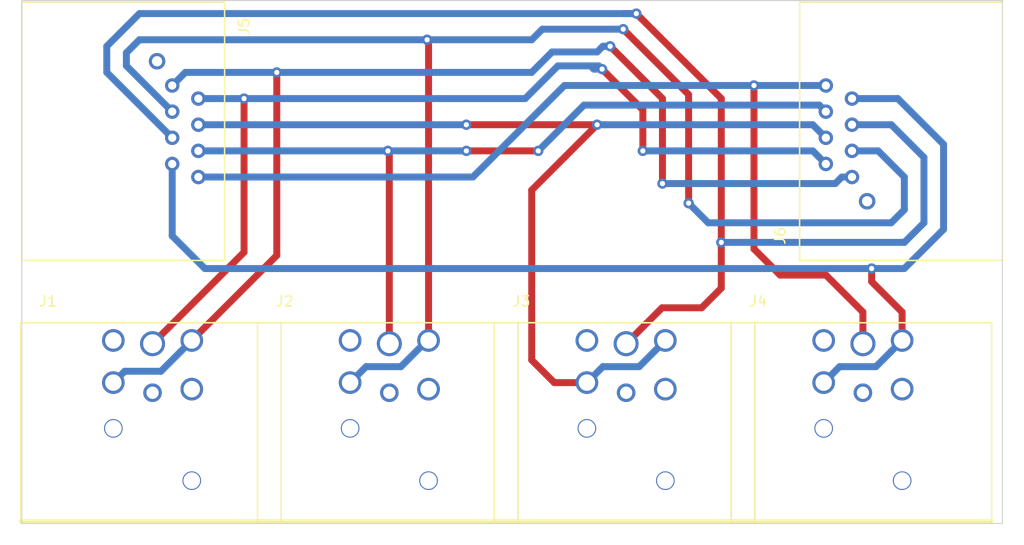
<source format=kicad_pcb>
(kicad_pcb (version 4) (host pcbnew 4.0.6)

  (general
    (links 27)
    (no_connects 11)
    (area 69.799999 38.049999 165.150001 88.950001)
    (thickness 1.6002)
    (drawings 4)
    (tracks 141)
    (zones 0)
    (modules 6)
    (nets 12)
  )

  (page A4)
  (layers
    (0 Top signal)
    (31 Bottom signal)
    (32 B.Adhes user)
    (33 F.Adhes user)
    (34 B.Paste user)
    (35 F.Paste user)
    (36 B.SilkS user)
    (37 F.SilkS user)
    (38 B.Mask user)
    (39 F.Mask user)
    (40 Dwgs.User user)
    (41 Cmts.User user)
    (42 Eco1.User user)
    (43 Eco2.User user)
    (44 Edge.Cuts user)
    (45 Margin user)
    (46 B.CrtYd user)
    (47 F.CrtYd user)
    (48 B.Fab user)
    (49 F.Fab user)
  )

  (setup
    (last_trace_width 0.1524)
    (trace_clearance 0.1524)
    (zone_clearance 0.508)
    (zone_45_only no)
    (trace_min 0.1524)
    (segment_width 0.2)
    (edge_width 0.1)
    (via_size 0.6858)
    (via_drill 0.3302)
    (via_min_size 0.6858)
    (via_min_drill 0.3302)
    (uvia_size 0.762)
    (uvia_drill 0.508)
    (uvias_allowed no)
    (uvia_min_size 0)
    (uvia_min_drill 0)
    (pcb_text_width 0.3)
    (pcb_text_size 1.5 1.5)
    (mod_edge_width 0.15)
    (mod_text_size 1 1)
    (mod_text_width 0.15)
    (pad_size 1.5 1.5)
    (pad_drill 0.6)
    (pad_to_mask_clearance 0)
    (aux_axis_origin 0 0)
    (visible_elements FFFFF77F)
    (pcbplotparams
      (layerselection 0x00030_80000001)
      (usegerberextensions false)
      (excludeedgelayer true)
      (linewidth 0.100000)
      (plotframeref false)
      (viasonmask false)
      (mode 1)
      (useauxorigin false)
      (hpglpennumber 1)
      (hpglpenspeed 20)
      (hpglpendiameter 15)
      (hpglpenoverlay 2)
      (psnegative false)
      (psa4output false)
      (plotreference true)
      (plotvalue true)
      (plotinvisibletext false)
      (padsonsilk false)
      (subtractmaskfromsilk false)
      (outputformat 1)
      (mirror false)
      (drillshape 1)
      (scaleselection 1)
      (outputdirectory ""))
  )

  (net 0 "")
  (net 1 "Net-(J1-Pad3)")
  (net 2 GND)
  (net 3 "Net-(J1-Pad2)")
  (net 4 "Net-(J2-Pad3)")
  (net 5 "Net-(J2-Pad2)")
  (net 6 "Net-(J3-Pad3)")
  (net 7 "Net-(J3-Pad2)")
  (net 8 "Net-(J4-Pad3)")
  (net 9 "Net-(J4-Pad2)")
  (net 10 "Net-(J5-Pad9)")
  (net 11 "Net-(J6-Pad9)")

  (net_class Default "This is the default net class."
    (clearance 0.1524)
    (trace_width 0.1524)
    (via_dia 0.6858)
    (via_drill 0.3302)
    (uvia_dia 0.762)
    (uvia_drill 0.508)
    (add_net GND)
    (add_net "Net-(J5-Pad9)")
    (add_net "Net-(J6-Pad9)")
  )

  (net_class AudioPath ""
    (clearance 0.676)
    (trace_width 0.676)
    (via_dia 1)
    (via_drill 0.5)
    (uvia_dia 0.762)
    (uvia_drill 0.1)
    (add_net "Net-(J1-Pad2)")
    (add_net "Net-(J1-Pad3)")
    (add_net "Net-(J2-Pad2)")
    (add_net "Net-(J2-Pad3)")
    (add_net "Net-(J3-Pad2)")
    (add_net "Net-(J3-Pad3)")
    (add_net "Net-(J4-Pad2)")
    (add_net "Net-(J4-Pad3)")
  )

  (module NeutrikSnakeLib:NC3FAH-NC3MAH (layer Top) (tedit 59489425) (tstamp 59508842)
    (at 82.55 88.9 180)
    (path /59421A6D)
    (fp_text reference J1 (at 10.16 21.59 180) (layer F.SilkS)
      (effects (font (size 1 1) (thickness 0.15)))
    )
    (fp_text value XLR3 (at -5.08 -1.27 180) (layer F.Fab)
      (effects (font (size 1 1) (thickness 0.15)))
    )
    (fp_line (start 12.8 0.2) (end -12.5 0.2) (layer F.SilkS) (width 0.4))
    (fp_line (start 12.8 19.5) (end -12.5 19.5) (layer F.SilkS) (width 0.15))
    (fp_line (start -12.5 0) (end -12.5 19.5) (layer F.SilkS) (width 0.15))
    (fp_line (start 12.8 0) (end 12.8 19.5) (layer F.SilkS) (width 0.15))
    (pad 3 thru_hole circle (at 0 17.465 180) (size 2.43 2.43) (drill 1.83) (layers *.Cu *.Mask)
      (net 1 "Net-(J1-Pad3)"))
    (pad "" np_thru_hole circle (at -3.81 4.16 180) (size 1.8 1.8) (drill 1.6) (layers *.Cu *.Mask))
    (pad "" np_thru_hole circle (at 3.81 9.24 180) (size 1.8 1.8) (drill 1.6) (layers *.Cu *.Mask))
    (pad 1 thru_hole circle (at -3.81 13.05 180) (size 2.2 2.2) (drill 1.6) (layers *.Cu *.Mask)
      (net 2 GND))
    (pad 2 thru_hole circle (at 3.81 13.685 180) (size 2.2 2.2) (drill 1.6) (layers *.Cu *.Mask)
      (net 3 "Net-(J1-Pad2)"))
    (pad 2 thru_hole circle (at -3.81 17.78 180) (size 2.2 2.2) (drill 1.6) (layers *.Cu *.Mask)
      (net 3 "Net-(J1-Pad2)"))
    (pad 1 thru_hole circle (at 3.81 17.78 180) (size 2.2 2.2) (drill 1.6) (layers *.Cu *.Mask)
      (net 2 GND))
    (pad 4 thru_hole circle (at 0 12.7 180) (size 1.8 1.8) (drill 1.2) (layers *.Cu *.Mask))
  )

  (module NeutrikSnakeLib:NC3FAH-NC3MAH (layer Top) (tedit 59489425) (tstamp 59508852)
    (at 105.55 88.9 180)
    (path /594219EB)
    (fp_text reference J2 (at 10.16 21.59 180) (layer F.SilkS)
      (effects (font (size 1 1) (thickness 0.15)))
    )
    (fp_text value XLR3 (at -5.08 -1.27 180) (layer F.Fab)
      (effects (font (size 1 1) (thickness 0.15)))
    )
    (fp_line (start 12.8 0.2) (end -12.5 0.2) (layer F.SilkS) (width 0.4))
    (fp_line (start 12.8 19.5) (end -12.5 19.5) (layer F.SilkS) (width 0.15))
    (fp_line (start -12.5 0) (end -12.5 19.5) (layer F.SilkS) (width 0.15))
    (fp_line (start 12.8 0) (end 12.8 19.5) (layer F.SilkS) (width 0.15))
    (pad 3 thru_hole circle (at 0 17.465 180) (size 2.43 2.43) (drill 1.83) (layers *.Cu *.Mask)
      (net 4 "Net-(J2-Pad3)"))
    (pad "" np_thru_hole circle (at -3.81 4.16 180) (size 1.8 1.8) (drill 1.6) (layers *.Cu *.Mask))
    (pad "" np_thru_hole circle (at 3.81 9.24 180) (size 1.8 1.8) (drill 1.6) (layers *.Cu *.Mask))
    (pad 1 thru_hole circle (at -3.81 13.05 180) (size 2.2 2.2) (drill 1.6) (layers *.Cu *.Mask)
      (net 2 GND))
    (pad 2 thru_hole circle (at 3.81 13.685 180) (size 2.2 2.2) (drill 1.6) (layers *.Cu *.Mask)
      (net 5 "Net-(J2-Pad2)"))
    (pad 2 thru_hole circle (at -3.81 17.78 180) (size 2.2 2.2) (drill 1.6) (layers *.Cu *.Mask)
      (net 5 "Net-(J2-Pad2)"))
    (pad 1 thru_hole circle (at 3.81 17.78 180) (size 2.2 2.2) (drill 1.6) (layers *.Cu *.Mask)
      (net 2 GND))
    (pad 4 thru_hole circle (at 0 12.7 180) (size 1.8 1.8) (drill 1.2) (layers *.Cu *.Mask))
  )

  (module NeutrikSnakeLib:NC3FAH-NC3MAH (layer Top) (tedit 59489425) (tstamp 59508862)
    (at 128.55 88.9 180)
    (path /5948604A)
    (fp_text reference J3 (at 10.16 21.59 180) (layer F.SilkS)
      (effects (font (size 1 1) (thickness 0.15)))
    )
    (fp_text value XLR3 (at -5.08 -1.27 180) (layer F.Fab)
      (effects (font (size 1 1) (thickness 0.15)))
    )
    (fp_line (start 12.8 0.2) (end -12.5 0.2) (layer F.SilkS) (width 0.4))
    (fp_line (start 12.8 19.5) (end -12.5 19.5) (layer F.SilkS) (width 0.15))
    (fp_line (start -12.5 0) (end -12.5 19.5) (layer F.SilkS) (width 0.15))
    (fp_line (start 12.8 0) (end 12.8 19.5) (layer F.SilkS) (width 0.15))
    (pad 3 thru_hole circle (at 0 17.465 180) (size 2.43 2.43) (drill 1.83) (layers *.Cu *.Mask)
      (net 6 "Net-(J3-Pad3)"))
    (pad "" np_thru_hole circle (at -3.81 4.16 180) (size 1.8 1.8) (drill 1.6) (layers *.Cu *.Mask))
    (pad "" np_thru_hole circle (at 3.81 9.24 180) (size 1.8 1.8) (drill 1.6) (layers *.Cu *.Mask))
    (pad 1 thru_hole circle (at -3.81 13.05 180) (size 2.2 2.2) (drill 1.6) (layers *.Cu *.Mask)
      (net 2 GND))
    (pad 2 thru_hole circle (at 3.81 13.685 180) (size 2.2 2.2) (drill 1.6) (layers *.Cu *.Mask)
      (net 7 "Net-(J3-Pad2)"))
    (pad 2 thru_hole circle (at -3.81 17.78 180) (size 2.2 2.2) (drill 1.6) (layers *.Cu *.Mask)
      (net 7 "Net-(J3-Pad2)"))
    (pad 1 thru_hole circle (at 3.81 17.78 180) (size 2.2 2.2) (drill 1.6) (layers *.Cu *.Mask)
      (net 2 GND))
    (pad 4 thru_hole circle (at 0 12.7 180) (size 1.8 1.8) (drill 1.2) (layers *.Cu *.Mask))
  )

  (module NeutrikSnakeLib:NC3FAH-NC3MAH (layer Top) (tedit 59489425) (tstamp 59508872)
    (at 151.55 88.9 180)
    (path /594861F9)
    (fp_text reference J4 (at 10.16 21.59 180) (layer F.SilkS)
      (effects (font (size 1 1) (thickness 0.15)))
    )
    (fp_text value XLR3 (at -5.08 -1.27 180) (layer F.Fab)
      (effects (font (size 1 1) (thickness 0.15)))
    )
    (fp_line (start 12.8 0.2) (end -12.5 0.2) (layer F.SilkS) (width 0.4))
    (fp_line (start 12.8 19.5) (end -12.5 19.5) (layer F.SilkS) (width 0.15))
    (fp_line (start -12.5 0) (end -12.5 19.5) (layer F.SilkS) (width 0.15))
    (fp_line (start 12.8 0) (end 12.8 19.5) (layer F.SilkS) (width 0.15))
    (pad 3 thru_hole circle (at 0 17.465 180) (size 2.43 2.43) (drill 1.83) (layers *.Cu *.Mask)
      (net 8 "Net-(J4-Pad3)"))
    (pad "" np_thru_hole circle (at -3.81 4.16 180) (size 1.8 1.8) (drill 1.6) (layers *.Cu *.Mask))
    (pad "" np_thru_hole circle (at 3.81 9.24 180) (size 1.8 1.8) (drill 1.6) (layers *.Cu *.Mask))
    (pad 1 thru_hole circle (at -3.81 13.05 180) (size 2.2 2.2) (drill 1.6) (layers *.Cu *.Mask)
      (net 2 GND))
    (pad 2 thru_hole circle (at 3.81 13.685 180) (size 2.2 2.2) (drill 1.6) (layers *.Cu *.Mask)
      (net 9 "Net-(J4-Pad2)"))
    (pad 2 thru_hole circle (at -3.81 17.78 180) (size 2.2 2.2) (drill 1.6) (layers *.Cu *.Mask)
      (net 9 "Net-(J4-Pad2)"))
    (pad 1 thru_hole circle (at 3.81 17.78 180) (size 2.2 2.2) (drill 1.6) (layers *.Cu *.Mask)
      (net 2 GND))
    (pad 4 thru_hole circle (at 0 12.7 180) (size 1.8 1.8) (drill 1.2) (layers *.Cu *.Mask))
  )

  (module NeutrikSnakeLib:NE8FAH-C5 (layer Top) (tedit 5948A793) (tstamp 59508B75)
    (at 69.85 50.8 90)
    (path /594860A7)
    (fp_text reference J5 (at 10.16 21.59 90) (layer F.SilkS)
      (effects (font (size 1 1) (thickness 0.15)))
    )
    (fp_text value RJ45 (at -7.62 -1.27 90) (layer F.Fab)
      (effects (font (size 1 1) (thickness 0.15)))
    )
    (fp_line (start -12.55 0) (end -12.55 19.7) (layer F.SilkS) (width 0.15))
    (fp_line (start 12.55 0) (end 12.55 19.7) (layer F.SilkS) (width 0.15))
    (fp_line (start 12.55 19.7) (end -12.55 19.7) (layer F.SilkS) (width 0.15))
    (fp_line (start -12.55 0) (end 12.55 0) (layer F.SilkS) (width 0.15))
    (pad 8 thru_hole circle (at -4.445 17.15 90) (size 1.4 1.4) (drill 0.8) (layers *.Cu *.Mask)
      (net 8 "Net-(J4-Pad3)"))
    (pad 6 thru_hole circle (at -1.905 17.15 90) (size 1.4 1.4) (drill 0.8) (layers *.Cu *.Mask)
      (net 4 "Net-(J2-Pad3)"))
    (pad 4 thru_hole circle (at 0.635 17.15 90) (size 1.4 1.4) (drill 0.8) (layers *.Cu *.Mask)
      (net 7 "Net-(J3-Pad2)"))
    (pad 2 thru_hole circle (at 3.175 17.15 90) (size 1.4 1.4) (drill 0.8) (layers *.Cu *.Mask)
      (net 1 "Net-(J1-Pad3)"))
    (pad "" np_thru_hole circle (at 5.08 3.81 90) (size 1.55 1.55) (drill 1.55) (layers *.Cu *.Mask))
    (pad "" np_thru_hole circle (at -5.08 12.7 90) (size 1.55 1.55) (drill 1.55) (layers *.Cu *.Mask))
    (pad 1 thru_hole circle (at 4.445 14.61 90) (size 1.4 1.4) (drill 0.8) (layers *.Cu *.Mask)
      (net 3 "Net-(J1-Pad2)"))
    (pad 3 thru_hole circle (at 1.905 14.61 90) (size 1.4 1.4) (drill 0.8) (layers *.Cu *.Mask)
      (net 5 "Net-(J2-Pad2)"))
    (pad 5 thru_hole circle (at -0.635 14.61 90) (size 1.4 1.4) (drill 0.8) (layers *.Cu *.Mask)
      (net 6 "Net-(J3-Pad3)"))
    (pad 7 thru_hole circle (at -3.175 14.61 90) (size 1.4 1.4) (drill 0.8) (layers *.Cu *.Mask)
      (net 9 "Net-(J4-Pad2)"))
    (pad 9 thru_hole circle (at 6.8 13.14 90) (size 1.6 1.6) (drill 1) (layers *.Cu *.Mask)
      (net 10 "Net-(J5-Pad9)"))
  )

  (module NeutrikSnakeLib:NE8FAH-C5 (layer Top) (tedit 5948A793) (tstamp 59508B84)
    (at 165.1 50.8 270)
    (path /594860DF)
    (fp_text reference J6 (at 10.16 21.59 270) (layer F.SilkS)
      (effects (font (size 1 1) (thickness 0.15)))
    )
    (fp_text value RJ45 (at -7.62 -1.27 270) (layer F.Fab)
      (effects (font (size 1 1) (thickness 0.15)))
    )
    (fp_line (start -12.55 0) (end -12.55 19.7) (layer F.SilkS) (width 0.15))
    (fp_line (start 12.55 0) (end 12.55 19.7) (layer F.SilkS) (width 0.15))
    (fp_line (start 12.55 19.7) (end -12.55 19.7) (layer F.SilkS) (width 0.15))
    (fp_line (start -12.55 0) (end 12.55 0) (layer F.SilkS) (width 0.15))
    (pad 8 thru_hole circle (at -4.445 17.15 270) (size 1.4 1.4) (drill 0.8) (layers *.Cu *.Mask)
      (net 8 "Net-(J4-Pad3)"))
    (pad 6 thru_hole circle (at -1.905 17.15 270) (size 1.4 1.4) (drill 0.8) (layers *.Cu *.Mask)
      (net 4 "Net-(J2-Pad3)"))
    (pad 4 thru_hole circle (at 0.635 17.15 270) (size 1.4 1.4) (drill 0.8) (layers *.Cu *.Mask)
      (net 7 "Net-(J3-Pad2)"))
    (pad 2 thru_hole circle (at 3.175 17.15 270) (size 1.4 1.4) (drill 0.8) (layers *.Cu *.Mask)
      (net 1 "Net-(J1-Pad3)"))
    (pad "" np_thru_hole circle (at 5.08 3.81 270) (size 1.55 1.55) (drill 1.55) (layers *.Cu *.Mask))
    (pad "" np_thru_hole circle (at -5.08 12.7 270) (size 1.55 1.55) (drill 1.55) (layers *.Cu *.Mask))
    (pad 1 thru_hole circle (at 4.445 14.61 270) (size 1.4 1.4) (drill 0.8) (layers *.Cu *.Mask)
      (net 3 "Net-(J1-Pad2)"))
    (pad 3 thru_hole circle (at 1.905 14.61 270) (size 1.4 1.4) (drill 0.8) (layers *.Cu *.Mask)
      (net 5 "Net-(J2-Pad2)"))
    (pad 5 thru_hole circle (at -0.635 14.61 270) (size 1.4 1.4) (drill 0.8) (layers *.Cu *.Mask)
      (net 6 "Net-(J3-Pad3)"))
    (pad 7 thru_hole circle (at -3.175 14.61 270) (size 1.4 1.4) (drill 0.8) (layers *.Cu *.Mask)
      (net 9 "Net-(J4-Pad2)"))
    (pad 9 thru_hole circle (at 6.8 13.14 270) (size 1.6 1.6) (drill 1) (layers *.Cu *.Mask)
      (net 11 "Net-(J6-Pad9)"))
  )

  (gr_line (start 69.85 88.9) (end 69.85 38.1) (layer Edge.Cuts) (width 0.1))
  (gr_line (start 165.1 88.9) (end 69.85 88.9) (layer Edge.Cuts) (width 0.1))
  (gr_line (start 165.1 38.1) (end 165.1 88.9) (layer Edge.Cuts) (width 0.1))
  (gr_line (start 69.85 38.1) (end 165.1 38.1) (layer Edge.Cuts) (width 0.1))

  (via (at 91.44 47.625) (size 1) (drill 0.5) (layers Top Bottom) (net 1))
  (segment (start 91.44 62.545) (end 91.44 47.625) (width 0.676) (layer Top) (net 1))
  (segment (start 82.55 71.435) (end 91.44 62.545) (width 0.676) (layer Top) (net 1))
  (via (at 126.215466 44.763562) (size 1) (drill 0.5) (layers Top Bottom) (net 1))
  (segment (start 121.92 44.45) (end 125.901904 44.45) (width 0.676) (layer Bottom) (net 1))
  (segment (start 125.095 44.45) (end 125.408562 44.763562) (width 0.676) (layer Bottom) (net 1))
  (segment (start 87 47.625) (end 118.745 47.625) (width 0.676) (layer Bottom) (net 1))
  (segment (start 118.745 47.625) (end 121.92 44.45) (width 0.676) (layer Bottom) (net 1))
  (segment (start 125.50836 44.763562) (end 126.215466 44.763562) (width 0.676) (layer Bottom) (net 1))
  (segment (start 125.408562 44.763562) (end 125.50836 44.763562) (width 0.676) (layer Bottom) (net 1))
  (segment (start 130.175 52.705) (end 130.175 48.723096) (width 0.676) (layer Top) (net 1))
  (segment (start 130.175 48.723096) (end 126.715465 45.263561) (width 0.676) (layer Top) (net 1))
  (segment (start 126.715465 45.263561) (end 126.215466 44.763562) (width 0.676) (layer Top) (net 1))
  (via (at 130.175 52.705) (size 1) (drill 0.5) (layers Top Bottom) (net 1))
  (segment (start 146.68 52.705) (end 130.175 52.705) (width 0.676) (layer Bottom) (net 1))
  (segment (start 147.95 53.975) (end 146.68 52.705) (width 0.676) (layer Bottom) (net 1))
  (via (at 94.615 45.085) (size 1) (drill 0.5) (layers Top Bottom) (net 3))
  (segment (start 94.615 62.865) (end 94.615 45.085) (width 0.676) (layer Top) (net 3))
  (segment (start 86.36 71.12) (end 94.615 62.865) (width 0.676) (layer Top) (net 3))
  (segment (start 78.74 75.215) (end 79.839999 74.115001) (width 0.676) (layer Bottom) (net 3))
  (segment (start 79.839999 74.115001) (end 83.364999 74.115001) (width 0.676) (layer Bottom) (net 3))
  (segment (start 83.364999 74.115001) (end 85.260001 72.219999) (width 0.676) (layer Bottom) (net 3))
  (segment (start 85.260001 72.219999) (end 86.36 71.12) (width 0.676) (layer Bottom) (net 3))
  (segment (start 125.739904 43.09799) (end 126.292894 42.545) (width 0.676) (layer Bottom) (net 3))
  (segment (start 126.292894 42.545) (end 127 42.545) (width 0.676) (layer Bottom) (net 3))
  (segment (start 84.46 46.355) (end 85.73 45.085) (width 0.676) (layer Bottom) (net 3))
  (segment (start 119.37297 45.085) (end 121.35998 43.09799) (width 0.676) (layer Bottom) (net 3))
  (segment (start 85.73 45.085) (end 119.37297 45.085) (width 0.676) (layer Bottom) (net 3))
  (segment (start 121.35998 43.09799) (end 125.739904 43.09799) (width 0.676) (layer Bottom) (net 3))
  (segment (start 127.499999 43.044999) (end 127 42.545) (width 0.676) (layer Top) (net 3))
  (segment (start 132.08 47.625) (end 127.499999 43.044999) (width 0.676) (layer Top) (net 3))
  (segment (start 132.08 55.88) (end 132.08 47.625) (width 0.676) (layer Top) (net 3))
  (via (at 127 42.545) (size 1) (drill 0.5) (layers Top Bottom) (net 3))
  (segment (start 126.365 42.545) (end 127 42.545) (width 0.676) (layer Bottom) (net 3))
  (segment (start 148.865051 55.88) (end 132.08 55.88) (width 0.676) (layer Bottom) (net 3))
  (segment (start 149.500051 55.245) (end 148.865051 55.88) (width 0.676) (layer Bottom) (net 3))
  (segment (start 150.49 55.245) (end 149.500051 55.245) (width 0.676) (layer Bottom) (net 3))
  (via (at 132.08 55.88) (size 1) (drill 0.5) (layers Top Bottom) (net 3))
  (segment (start 87 52.705) (end 105.41 52.705) (width 0.676) (layer Bottom) (net 4))
  (segment (start 105.41 52.705) (end 112.395 52.705) (width 0.676) (layer Bottom) (net 4))
  (segment (start 105.55 71.435) (end 105.55 52.845) (width 0.676) (layer Top) (net 4))
  (segment (start 105.55 52.845) (end 105.41 52.705) (width 0.676) (layer Top) (net 4))
  (via (at 105.41 52.705) (size 1) (drill 0.5) (layers Top Bottom) (net 4))
  (segment (start 120.015 52.705) (end 124.46 48.26) (width 0.676) (layer Bottom) (net 4))
  (segment (start 124.46 48.26) (end 147.315 48.26) (width 0.676) (layer Bottom) (net 4))
  (segment (start 147.315 48.26) (end 147.95 48.895) (width 0.676) (layer Bottom) (net 4))
  (via (at 120.015 52.705) (size 1) (drill 0.5) (layers Top Bottom) (net 4))
  (segment (start 113.03 52.705) (end 120.015 52.705) (width 0.676) (layer Top) (net 4))
  (segment (start 112.395 52.705) (end 113.03 52.705) (width 0.676) (layer Bottom) (net 4))
  (via (at 113.03 52.705) (size 1) (drill 0.5) (layers Top Bottom) (net 4))
  (segment (start 81.28 41.91) (end 109.22 41.91) (width 0.676) (layer Bottom) (net 5))
  (segment (start 109.22 41.91) (end 119.387032 41.91) (width 0.676) (layer Bottom) (net 5))
  (segment (start 109.36 71.12) (end 109.36 42.05) (width 0.676) (layer Top) (net 5))
  (segment (start 109.36 42.05) (end 109.22 41.91) (width 0.676) (layer Top) (net 5))
  (via (at 109.22 41.91) (size 1) (drill 0.5) (layers Top Bottom) (net 5))
  (segment (start 101.74 75.215) (end 103.290999 73.664001) (width 0.676) (layer Bottom) (net 5))
  (segment (start 103.290999 73.664001) (end 106.675999 73.664001) (width 0.676) (layer Bottom) (net 5))
  (segment (start 109.22 71.12) (end 109.36 71.12) (width 0.676) (layer Bottom) (net 5))
  (segment (start 106.675999 73.664001) (end 109.22 71.12) (width 0.676) (layer Bottom) (net 5))
  (segment (start 127.562894 40.88401) (end 128.27 40.88401) (width 0.676) (layer Bottom) (net 5))
  (segment (start 120.413022 40.88401) (end 127.562894 40.88401) (width 0.676) (layer Bottom) (net 5))
  (segment (start 119.387032 41.91) (end 120.413022 40.88401) (width 0.676) (layer Bottom) (net 5))
  (segment (start 80.01 43.18) (end 81.28 41.91) (width 0.676) (layer Bottom) (net 5))
  (segment (start 80.01 44.445) (end 80.01 43.18) (width 0.676) (layer Bottom) (net 5))
  (segment (start 84.46 48.895) (end 80.01 44.445) (width 0.676) (layer Bottom) (net 5))
  (segment (start 134.62 57.785) (end 134.62 47.23401) (width 0.676) (layer Top) (net 5))
  (segment (start 134.62 47.23401) (end 128.769999 41.384009) (width 0.676) (layer Top) (net 5))
  (segment (start 128.769999 41.384009) (end 128.27 40.88401) (width 0.676) (layer Top) (net 5))
  (via (at 128.27 40.88401) (size 1) (drill 0.5) (layers Top Bottom) (net 5))
  (segment (start 134.62 57.785) (end 136.525 59.69) (width 0.676) (layer Bottom) (net 5))
  (segment (start 136.525 59.69) (end 154.305 59.69) (width 0.676) (layer Bottom) (net 5))
  (segment (start 155.575 58.42) (end 155.575 55.245) (width 0.676) (layer Bottom) (net 5))
  (segment (start 154.305 59.69) (end 155.575 58.42) (width 0.676) (layer Bottom) (net 5))
  (segment (start 155.575 55.245) (end 153.035 52.705) (width 0.676) (layer Bottom) (net 5))
  (segment (start 153.035 52.705) (end 150.49 52.705) (width 0.676) (layer Bottom) (net 5))
  (via (at 134.62 57.785) (size 1) (drill 0.5) (layers Top Bottom) (net 5))
  (segment (start 135.89 67.945) (end 137.795 66.04) (width 0.676) (layer Top) (net 6))
  (segment (start 137.795 66.04) (end 137.795 61.595) (width 0.676) (layer Top) (net 6))
  (segment (start 132.04 67.945) (end 135.89 67.945) (width 0.676) (layer Top) (net 6))
  (segment (start 128.55 71.435) (end 132.04 67.945) (width 0.676) (layer Top) (net 6))
  (segment (start 128.832892 39.37) (end 129.539998 39.37) (width 0.676) (layer Bottom) (net 6))
  (segment (start 81.28 39.37) (end 128.832892 39.37) (width 0.676) (layer Bottom) (net 6))
  (segment (start 78.105 42.545) (end 81.28 39.37) (width 0.676) (layer Bottom) (net 6))
  (segment (start 78.105 45.08) (end 78.105 42.545) (width 0.676) (layer Bottom) (net 6))
  (segment (start 84.46 51.435) (end 78.105 45.08) (width 0.676) (layer Bottom) (net 6))
  (segment (start 130.039997 39.869999) (end 129.539998 39.37) (width 0.676) (layer Top) (net 6))
  (segment (start 137.795 47.625002) (end 130.039997 39.869999) (width 0.676) (layer Top) (net 6))
  (segment (start 137.795 61.595) (end 137.795 47.625002) (width 0.676) (layer Top) (net 6))
  (segment (start 128.27 39.37) (end 129.539998 39.37) (width 0.676) (layer Bottom) (net 6))
  (via (at 129.539998 39.37) (size 1) (drill 0.5) (layers Top Bottom) (net 6))
  (segment (start 137.795 61.595) (end 155.575 61.595) (width 0.676) (layer Bottom) (net 6))
  (segment (start 155.575 61.595) (end 157.48 59.69) (width 0.676) (layer Bottom) (net 6))
  (segment (start 157.48 59.69) (end 157.48 53.34) (width 0.676) (layer Bottom) (net 6))
  (segment (start 157.48 53.34) (end 154.305 50.165) (width 0.676) (layer Bottom) (net 6))
  (segment (start 154.305 50.165) (end 150.49 50.165) (width 0.676) (layer Bottom) (net 6))
  (via (at 137.795 61.595) (size 1) (drill 0.5) (layers Top Bottom) (net 6))
  (segment (start 119.38 73.025) (end 121.57 75.215) (width 0.676) (layer Top) (net 7))
  (segment (start 121.57 75.215) (end 124.74 75.215) (width 0.676) (layer Top) (net 7))
  (segment (start 119.38 56.515) (end 119.38 73.025) (width 0.676) (layer Top) (net 7))
  (segment (start 122.625999 53.269001) (end 119.38 56.515) (width 0.676) (layer Top) (net 7))
  (segment (start 125.729992 50.165) (end 122.625999 53.268993) (width 0.676) (layer Top) (net 7))
  (segment (start 122.625999 53.268993) (end 122.625999 53.269001) (width 0.676) (layer Top) (net 7))
  (segment (start 124.74 75.215) (end 126.290999 73.664001) (width 0.676) (layer Bottom) (net 7))
  (segment (start 126.290999 73.664001) (end 129.815999 73.664001) (width 0.676) (layer Bottom) (net 7))
  (segment (start 129.815999 73.664001) (end 131.260001 72.219999) (width 0.676) (layer Bottom) (net 7))
  (segment (start 131.260001 72.219999) (end 132.36 71.12) (width 0.676) (layer Bottom) (net 7))
  (segment (start 126.437098 50.165) (end 125.729992 50.165) (width 0.676) (layer Bottom) (net 7))
  (segment (start 146.68 50.165) (end 126.437098 50.165) (width 0.676) (layer Bottom) (net 7))
  (segment (start 147.95 51.435) (end 146.68 50.165) (width 0.676) (layer Bottom) (net 7))
  (via (at 125.729992 50.165) (size 1) (drill 0.5) (layers Top Bottom) (net 7))
  (segment (start 113.03 50.165) (end 125.73 50.165) (width 0.676) (layer Top) (net 7))
  (via (at 113.03 50.165) (size 1) (drill 0.5) (layers Top Bottom) (net 7))
  (segment (start 87 50.165) (end 113.03 50.165) (width 0.676) (layer Bottom) (net 7))
  (segment (start 122.555 46.355) (end 140.97 46.355) (width 0.676) (layer Bottom) (net 8))
  (segment (start 140.97 46.355) (end 147.95 46.355) (width 0.676) (layer Bottom) (net 8))
  (segment (start 140.97 62.23) (end 140.97 46.355) (width 0.676) (layer Top) (net 8))
  (via (at 140.97 46.355) (size 1) (drill 0.5) (layers Top Bottom) (net 8))
  (segment (start 143.51 64.77) (end 140.97 62.23) (width 0.676) (layer Top) (net 8))
  (segment (start 147.955 64.77) (end 143.51 64.77) (width 0.676) (layer Top) (net 8))
  (segment (start 151.55 68.365) (end 147.955 64.77) (width 0.676) (layer Top) (net 8))
  (segment (start 151.55 71.435) (end 151.55 68.365) (width 0.676) (layer Top) (net 8))
  (segment (start 113.665 55.245) (end 122.555 46.355) (width 0.676) (layer Bottom) (net 8))
  (segment (start 87 55.245) (end 113.665 55.245) (width 0.676) (layer Bottom) (net 8))
  (segment (start 152.4 64.13501) (end 152.4 65.405) (width 0.676) (layer Top) (net 9))
  (segment (start 152.4 65.405) (end 155.36 68.365) (width 0.676) (layer Top) (net 9))
  (segment (start 155.36 68.365) (end 155.36 71.12) (width 0.676) (layer Top) (net 9))
  (segment (start 151.692894 64.13501) (end 152.4 64.13501) (width 0.676) (layer Bottom) (net 9))
  (segment (start 155.57499 64.13501) (end 153.107106 64.13501) (width 0.676) (layer Bottom) (net 9))
  (segment (start 159.385 52.07) (end 159.385 60.325) (width 0.676) (layer Bottom) (net 9))
  (segment (start 154.94 47.625) (end 159.385 52.07) (width 0.676) (layer Bottom) (net 9))
  (segment (start 84.46 60.965) (end 87.63001 64.13501) (width 0.676) (layer Bottom) (net 9))
  (segment (start 150.49 47.625) (end 154.94 47.625) (width 0.676) (layer Bottom) (net 9))
  (segment (start 159.385 60.325) (end 155.57499 64.13501) (width 0.676) (layer Bottom) (net 9))
  (segment (start 87.63001 64.13501) (end 151.692894 64.13501) (width 0.676) (layer Bottom) (net 9))
  (segment (start 84.46 53.975) (end 84.46 60.965) (width 0.676) (layer Bottom) (net 9))
  (segment (start 153.107106 64.13501) (end 152.4 64.13501) (width 0.676) (layer Bottom) (net 9))
  (via (at 152.4 64.13501) (size 1) (drill 0.5) (layers Top Bottom) (net 9))
  (segment (start 147.74 75.215) (end 149.290999 73.664001) (width 0.676) (layer Bottom) (net 9))
  (segment (start 149.290999 73.664001) (end 152.815999 73.664001) (width 0.676) (layer Bottom) (net 9))
  (segment (start 152.815999 73.664001) (end 154.260001 72.219999) (width 0.676) (layer Bottom) (net 9))
  (segment (start 154.260001 72.219999) (end 155.36 71.12) (width 0.676) (layer Bottom) (net 9))

  (zone (net 2) (net_name GND) (layer Top) (tstamp 0) (hatch edge 0.508)
    (connect_pads (clearance 0.508))
    (min_thickness 0.254)
    (fill (arc_segments 16) (thermal_gap 0.508) (thermal_bridge_width 0.508))
    (polygon
      (pts
        (xy 69.85 38.1) (xy 165.1 38.1) (xy 165.1 88.9) (xy 69.85 88.9)
      )
    )
  )
  (zone (net 2) (net_name GND) (layer Bottom) (tstamp 0) (hatch edge 0.508)
    (connect_pads (clearance 0.508))
    (min_thickness 0.254)
    (fill (arc_segments 16) (thermal_gap 0.508) (thermal_bridge_width 0.508))
    (polygon
      (pts
        (xy 69.85 38.1) (xy 165.1 38.1) (xy 165.1 88.9) (xy 69.85 88.9)
      )
    )
  )
)

</source>
